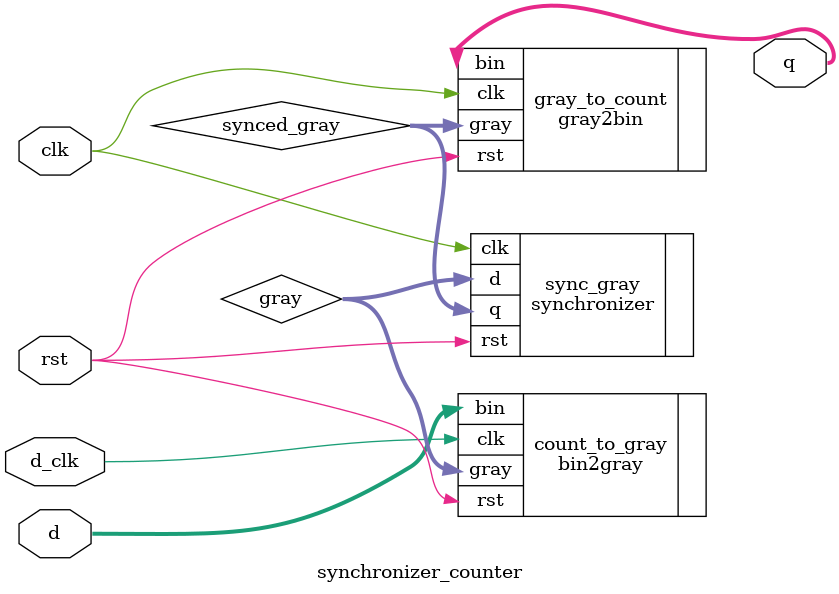
<source format=v>
module synchronizer_counter (
	clk,
	rst,
	d_clk,	
	d,
	q
);

parameter NUM_SYNC = 2;
parameter SZ_WIDTH = 32;

input wire clk;
input wire d_clk;
input wire rst;
input wire [SZ_WIDTH-1:0] d;
output wire [SZ_WIDTH-1:0] q;

wire [SZ_WIDTH-1:0] synced_gray;
wire [SZ_WIDTH-1:0] gray;

/*
wire d_rst;

// Sync reset to data clock
synchronizer #( 
	.SZ_DATA(1),
	.RST_STATE(1),
	.NUM_SYNC(NUM_SYNC)
) sync_rst (
	.clk	( d_clk ),
	.rst  ( rst ),
	.d    ( rst ),
	.q 	( d_rst )
);
*/

// Convert binary count to gray code for clock domain transfer 
bin2gray #(
	.SZ_DATA(SZ_WIDTH)
) count_to_gray (
	.clk	( d_clk ),
	.rst	( rst ), // was d_rst 
	.bin	( d ),
	.gray	( gray )
);

// Cross clock domain, we may be a couple counts behind at times
synchronizer #(
	.SZ_DATA(SZ_WIDTH),
	.NUM_SYNC(NUM_SYNC)
) sync_gray ( 
	.clk 	( clk ),
	.rst 	( rst ),
	.d 	( gray ),
	.q 	( synced_gray )
);

// Convert from gray code to binary for final output
gray2bin #( 
	.SZ_DATA(SZ_WIDTH)
) gray_to_count (
	.clk	( clk ),
	.rst	( rst ),
	.gray	( synced_gray ),
	.bin	( q )
);

endmodule

</source>
